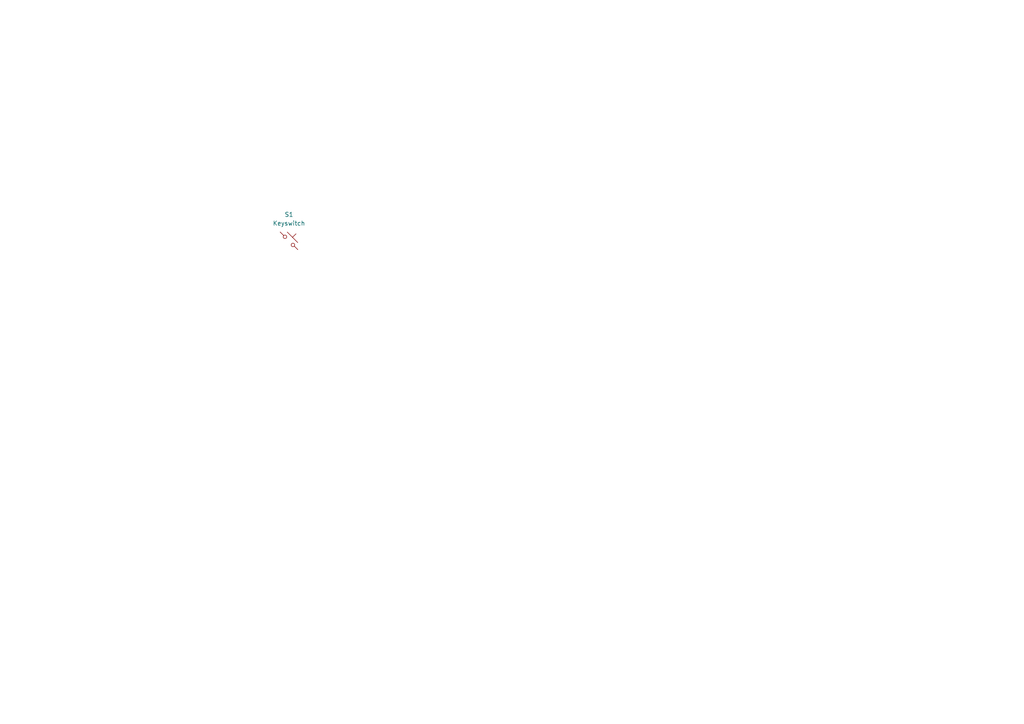
<source format=kicad_sch>
(kicad_sch (version 20250114) (generator "eeschema") (generator_version "9.0")
  (paper "A4")
  (lib_symbols
    (symbol "ScottoKeebs:Placeholder_Keyswitch" (pin_numbers (hide yes)) (pin_names (offset 1.016) (hide yes))
      (property "Reference" "S" (at 3.048 1.016 0))
      (property "Value" "Keyswitch" (at 0 -3.81 0))
      (symbol "Placeholder_Keyswitch_0_1"
        (polyline (pts (xy -2.54 2.54) (xy -1.524 1.524) (xy -1.524 1.524)))
        (circle (center -1.1684 1.1684) (radius 0.508))
        (polyline (pts (xy -0.508 2.54) (xy 2.54 -0.508)))
        (polyline (pts (xy 1.016 1.016) (xy 2.032 2.032)))
        (circle (center 1.143 -1.1938) (radius 0.508))
        (polyline (pts (xy 1.524 -1.524) (xy 2.54 -2.54) (xy 2.54 -2.54) (xy 2.54 -2.54)))
        (pin passive line (at -2.54 2.54 0) (length 0) (name "1") (number "1"))
        (pin passive line (at 2.54 -2.54 180) (length 0) (name "2") (number "2"))
      )
    )
  )
  (symbol (lib_id "ScottoKeebs:Placeholder_Keyswitch") (at 83.82 69.85 0) (unit 1)
    (property "Reference" "S1" (at 83.82 62.23 0))
    (property "Value" "Keyswitch" (at 83.82 64.77 0))
    (property "Description" "Push button switch, normally open, two pins, 45° tilted" (effects (hide yes)))
  )
)
</source>
